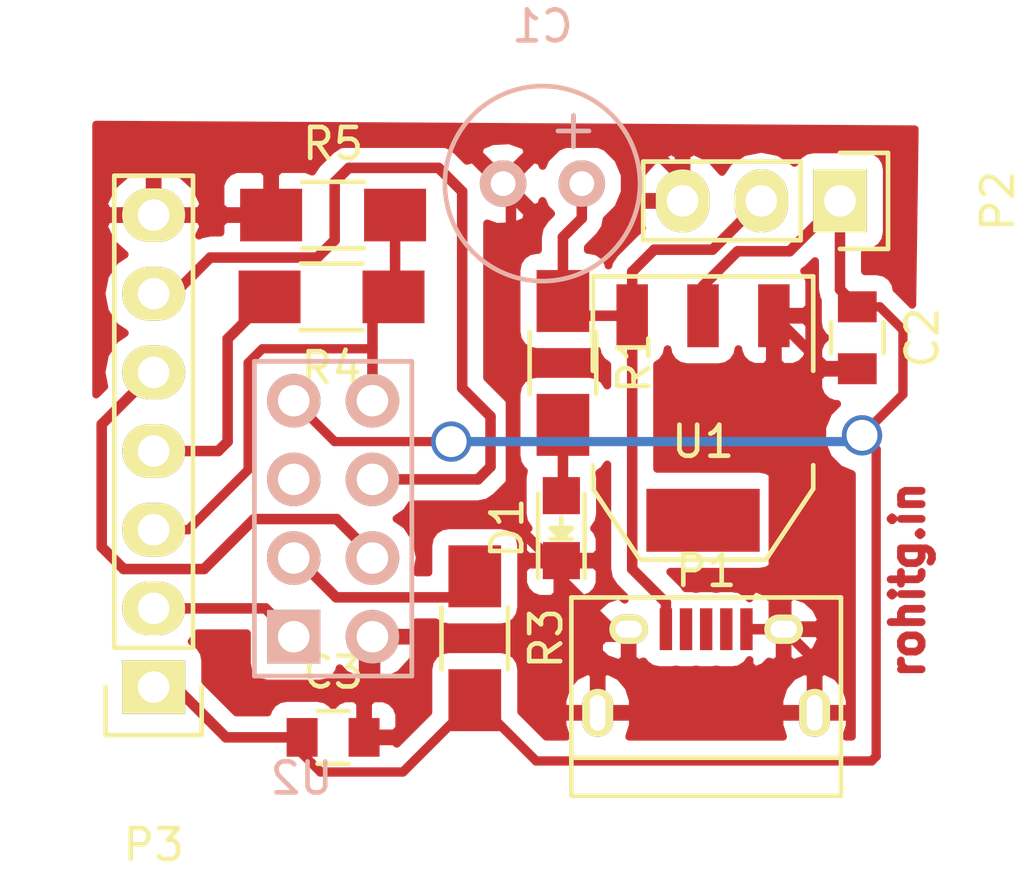
<source format=kicad_pcb>
(kicad_pcb (version 4) (host pcbnew 4.0.2-4+6225~38~ubuntu14.04.1-stable)

  (general
    (links 32)
    (no_connects 0)
    (area 149.374467 91.2294 184.825002 119.7654)
    (thickness 1.6)
    (drawings 15)
    (tracks 128)
    (zones 0)
    (modules 13)
    (nets 15)
  )

  (page A4)
  (layers
    (0 F.Cu signal)
    (31 B.Cu signal)
    (32 B.Adhes user)
    (33 F.Adhes user)
    (34 B.Paste user)
    (35 F.Paste user)
    (36 B.SilkS user)
    (37 F.SilkS user)
    (38 B.Mask user)
    (39 F.Mask user)
    (40 Dwgs.User user)
    (41 Cmts.User user)
    (42 Eco1.User user)
    (43 Eco2.User user)
    (44 Edge.Cuts user)
    (45 Margin user)
    (46 B.CrtYd user)
    (47 F.CrtYd user)
    (48 B.Fab user)
    (49 F.Fab user)
  )

  (setup
    (last_trace_width 0.25)
    (trace_clearance 0.2)
    (zone_clearance 0.508)
    (zone_45_only no)
    (trace_min 0.2)
    (segment_width 0.2)
    (edge_width 0.15)
    (via_size 0.6)
    (via_drill 0.4)
    (via_min_size 0.4)
    (via_min_drill 0.3)
    (user_via 1.3 1)
    (uvia_size 0.3)
    (uvia_drill 0.1)
    (uvias_allowed no)
    (uvia_min_size 0.2)
    (uvia_min_drill 0.1)
    (pcb_text_width 0.3)
    (pcb_text_size 1.5 1.5)
    (mod_edge_width 0.15)
    (mod_text_size 1 1)
    (mod_text_width 0.15)
    (pad_size 1.524 1.524)
    (pad_drill 0.762)
    (pad_to_mask_clearance 0.2)
    (aux_axis_origin 0 0)
    (visible_elements FFFFFF7F)
    (pcbplotparams
      (layerselection 0x00030_80000001)
      (usegerberextensions false)
      (excludeedgelayer true)
      (linewidth 0.100000)
      (plotframeref false)
      (viasonmask false)
      (mode 1)
      (useauxorigin false)
      (hpglpennumber 1)
      (hpglpenspeed 20)
      (hpglpendiameter 15)
      (hpglpenoverlay 2)
      (psnegative false)
      (psa4output false)
      (plotreference true)
      (plotvalue true)
      (plotinvisibletext false)
      (padsonsilk false)
      (subtractmaskfromsilk false)
      (outputformat 1)
      (mirror false)
      (drillshape 1)
      (scaleselection 1)
      (outputdirectory ""))
  )

  (net 0 "")
  (net 1 GND)
  (net 2 +5V)
  (net 3 +3V3)
  (net 4 "Net-(D1-Pad2)")
  (net 5 "Net-(P1-Pad2)")
  (net 6 "Net-(P1-Pad3)")
  (net 7 "Net-(P1-Pad4)")
  (net 8 TX)
  (net 9 RX3)
  (net 10 RX5)
  (net 11 G2)
  (net 12 G0)
  (net 13 "Net-(R3-Pad1)")
  (net 14 "Net-(U2-Pad5)")

  (net_class Default "This is the default net class."
    (clearance 0.2)
    (trace_width 0.25)
    (via_dia 0.6)
    (via_drill 0.4)
    (uvia_dia 0.3)
    (uvia_drill 0.1)
    (add_net "Net-(U2-Pad5)")
  )

  (net_class HomeEtch ""
    (clearance 0.2)
    (trace_width 0.6)
    (via_dia 0.6)
    (via_drill 0.4)
    (uvia_dia 0.3)
    (uvia_drill 0.1)
  )

  (net_class HomeEtchDanger ""
    (clearance 0.2)
    (trace_width 0.3)
    (via_dia 0.6)
    (via_drill 0.4)
    (uvia_dia 0.3)
    (uvia_drill 0.1)
    (add_net +3V3)
    (add_net RX3)
    (add_net RX5)
    (add_net TX)
  )

  (net_class HomeEtchThin ""
    (clearance 0.2)
    (trace_width 0.34)
    (via_dia 0.6)
    (via_drill 0.4)
    (uvia_dia 0.3)
    (uvia_drill 0.1)
    (add_net +5V)
    (add_net G0)
    (add_net G2)
    (add_net GND)
    (add_net "Net-(D1-Pad2)")
    (add_net "Net-(P1-Pad2)")
    (add_net "Net-(P1-Pad3)")
    (add_net "Net-(P1-Pad4)")
    (add_net "Net-(R3-Pad1)")
  )

  (module Capacitors_Elko_ThroughHole:Elko_vert_11.2x6.3mm_RM2.5 (layer B.Cu) (tedit 5454A15D) (tstamp 5640D2F0)
    (at 168.3004 97.4344 180)
    (descr "Electrolytic Capacitor, vertical, diameter 6,3mm, RM 2,5mm, radial,")
    (tags "Electrolytic Capacitor, vertical, diameter 6,3mm, RM 2,5mm, Elko, Electrolytkondensator, Kondensator gepolt, Durchmesser 6,3mm, radial,")
    (path /5640DA56)
    (fp_text reference C1 (at 1.27 5.08 180) (layer B.SilkS)
      (effects (font (size 1 1) (thickness 0.15)) (justify mirror))
    )
    (fp_text value 10uF (at 1.27 -5.08 180) (layer B.Fab)
      (effects (font (size 1 1) (thickness 0.15)) (justify mirror))
    )
    (fp_line (start 0.26924 2.19964) (end 0.26924 1.19888) (layer B.SilkS) (width 0.15))
    (fp_line (start -0.23114 1.69926) (end 0.76962 1.69926) (layer B.SilkS) (width 0.15))
    (fp_line (start 0.26924 1.69926) (end 0.76962 1.69926) (layer B.Cu) (width 0.15))
    (fp_line (start 0.26924 1.69926) (end 0.26924 2.19964) (layer B.Cu) (width 0.15))
    (fp_line (start -0.23114 1.69926) (end 0.26924 1.69926) (layer B.Cu) (width 0.15))
    (fp_line (start 0.26924 1.69926) (end 0.26924 1.30048) (layer B.Cu) (width 0.15))
    (fp_line (start 0.26924 1.30048) (end 0.26924 1.19888) (layer B.Cu) (width 0.15))
    (fp_circle (center 1.27 0) (end 4.4196 0) (layer B.SilkS) (width 0.15))
    (pad 2 thru_hole circle (at 2.54 0 180) (size 1.50114 1.50114) (drill 0.8001) (layers *.Cu *.Mask B.SilkS)
      (net 1 GND))
    (pad 1 thru_hole circle (at 0 0 180) (size 1.50114 1.50114) (drill 0.8001) (layers *.Cu *.Mask B.SilkS)
      (net 2 +5V))
    (model Capacitors_Elko_ThroughHole.3dshapes/Elko_vert_11.2x6.3mm_RM2.5.wrl
      (at (xyz 0 0 0))
      (scale (xyz 1 1 1))
      (rotate (xyz 0 0 0))
    )
  )

  (module Capacitors_SMD:C_0805 (layer F.Cu) (tedit 5415D6EA) (tstamp 5640D2F6)
    (at 177.1904 102.4128 270)
    (descr "Capacitor SMD 0805, reflow soldering, AVX (see smccp.pdf)")
    (tags "capacitor 0805")
    (path /5640DD03)
    (attr smd)
    (fp_text reference C2 (at 0 -2.1 270) (layer F.SilkS)
      (effects (font (size 1 1) (thickness 0.15)))
    )
    (fp_text value 0.1uF (at 0 2.1 270) (layer F.Fab)
      (effects (font (size 1 1) (thickness 0.15)))
    )
    (fp_line (start -1.8 -1) (end 1.8 -1) (layer F.CrtYd) (width 0.05))
    (fp_line (start -1.8 1) (end 1.8 1) (layer F.CrtYd) (width 0.05))
    (fp_line (start -1.8 -1) (end -1.8 1) (layer F.CrtYd) (width 0.05))
    (fp_line (start 1.8 -1) (end 1.8 1) (layer F.CrtYd) (width 0.05))
    (fp_line (start 0.5 -0.85) (end -0.5 -0.85) (layer F.SilkS) (width 0.15))
    (fp_line (start -0.5 0.85) (end 0.5 0.85) (layer F.SilkS) (width 0.15))
    (pad 1 smd rect (at -1 0 270) (size 1 1.25) (layers F.Cu F.Paste F.Mask)
      (net 3 +3V3))
    (pad 2 smd rect (at 1 0 270) (size 1 1.25) (layers F.Cu F.Paste F.Mask)
      (net 1 GND))
    (model Capacitors_SMD.3dshapes/C_0805.wrl
      (at (xyz 0 0 0))
      (scale (xyz 1 1 1))
      (rotate (xyz 0 0 0))
    )
  )

  (module Capacitors_SMD:C_0805 (layer F.Cu) (tedit 5415D6EA) (tstamp 5640D2FC)
    (at 160.274 115.316)
    (descr "Capacitor SMD 0805, reflow soldering, AVX (see smccp.pdf)")
    (tags "capacitor 0805")
    (path /5640CFAC)
    (attr smd)
    (fp_text reference C3 (at 0 -2.1) (layer F.SilkS)
      (effects (font (size 1 1) (thickness 0.15)))
    )
    (fp_text value 0.1uF (at 0 2.1) (layer F.Fab)
      (effects (font (size 1 1) (thickness 0.15)))
    )
    (fp_line (start -1.8 -1) (end 1.8 -1) (layer F.CrtYd) (width 0.05))
    (fp_line (start -1.8 1) (end 1.8 1) (layer F.CrtYd) (width 0.05))
    (fp_line (start -1.8 -1) (end -1.8 1) (layer F.CrtYd) (width 0.05))
    (fp_line (start 1.8 -1) (end 1.8 1) (layer F.CrtYd) (width 0.05))
    (fp_line (start 0.5 -0.85) (end -0.5 -0.85) (layer F.SilkS) (width 0.15))
    (fp_line (start -0.5 0.85) (end 0.5 0.85) (layer F.SilkS) (width 0.15))
    (pad 1 smd rect (at -1 0) (size 1 1.25) (layers F.Cu F.Paste F.Mask)
      (net 3 +3V3))
    (pad 2 smd rect (at 1 0) (size 1 1.25) (layers F.Cu F.Paste F.Mask)
      (net 1 GND))
    (model Capacitors_SMD.3dshapes/C_0805.wrl
      (at (xyz 0 0 0))
      (scale (xyz 1 1 1))
      (rotate (xyz 0 0 0))
    )
  )

  (module LEDs:LED-0805 (layer F.Cu) (tedit 55BDE1C2) (tstamp 5640D302)
    (at 167.64 108.5596 90)
    (descr "LED 0805 smd package")
    (tags "LED 0805 SMD")
    (path /5640D1F5)
    (attr smd)
    (fp_text reference D1 (at 0 -1.75 90) (layer F.SilkS)
      (effects (font (size 1 1) (thickness 0.15)))
    )
    (fp_text value LED (at 0 1.75 90) (layer F.Fab)
      (effects (font (size 1 1) (thickness 0.15)))
    )
    (fp_line (start -1.6 0.75) (end 1.1 0.75) (layer F.SilkS) (width 0.15))
    (fp_line (start -1.6 -0.75) (end 1.1 -0.75) (layer F.SilkS) (width 0.15))
    (fp_line (start -0.1 0.15) (end -0.1 -0.1) (layer F.SilkS) (width 0.15))
    (fp_line (start -0.1 -0.1) (end -0.25 0.05) (layer F.SilkS) (width 0.15))
    (fp_line (start -0.35 -0.35) (end -0.35 0.35) (layer F.SilkS) (width 0.15))
    (fp_line (start 0 0) (end 0.35 0) (layer F.SilkS) (width 0.15))
    (fp_line (start -0.35 0) (end 0 -0.35) (layer F.SilkS) (width 0.15))
    (fp_line (start 0 -0.35) (end 0 0.35) (layer F.SilkS) (width 0.15))
    (fp_line (start 0 0.35) (end -0.35 0) (layer F.SilkS) (width 0.15))
    (fp_line (start 1.9 -0.95) (end 1.9 0.95) (layer F.CrtYd) (width 0.05))
    (fp_line (start 1.9 0.95) (end -1.9 0.95) (layer F.CrtYd) (width 0.05))
    (fp_line (start -1.9 0.95) (end -1.9 -0.95) (layer F.CrtYd) (width 0.05))
    (fp_line (start -1.9 -0.95) (end 1.9 -0.95) (layer F.CrtYd) (width 0.05))
    (pad 2 smd rect (at 1.04902 0 270) (size 1.19888 1.19888) (layers F.Cu F.Paste F.Mask)
      (net 4 "Net-(D1-Pad2)"))
    (pad 1 smd rect (at -1.04902 0 270) (size 1.19888 1.19888) (layers F.Cu F.Paste F.Mask)
      (net 1 GND))
    (model LEDs.3dshapes/LED-0805.wrl
      (at (xyz 0 0 0))
      (scale (xyz 1 1 1))
      (rotate (xyz 0 0 0))
    )
  )

  (module Connect:USB_Micro-B (layer F.Cu) (tedit 5543E447) (tstamp 5640D30F)
    (at 172.3136 113.3856)
    (descr "Micro USB Type B Receptacle")
    (tags "USB USB_B USB_micro USB_OTG")
    (path /5640D343)
    (attr smd)
    (fp_text reference P1 (at 0 -3.45) (layer F.SilkS)
      (effects (font (size 1 1) (thickness 0.15)))
    )
    (fp_text value USB_OTG (at 0 4.8) (layer F.Fab)
      (effects (font (size 1 1) (thickness 0.15)))
    )
    (fp_line (start -4.6 -2.8) (end 4.6 -2.8) (layer F.CrtYd) (width 0.05))
    (fp_line (start 4.6 -2.8) (end 4.6 4.05) (layer F.CrtYd) (width 0.05))
    (fp_line (start 4.6 4.05) (end -4.6 4.05) (layer F.CrtYd) (width 0.05))
    (fp_line (start -4.6 4.05) (end -4.6 -2.8) (layer F.CrtYd) (width 0.05))
    (fp_line (start -4.3509 3.81746) (end 4.3491 3.81746) (layer F.SilkS) (width 0.15))
    (fp_line (start -4.3509 -2.58754) (end 4.3491 -2.58754) (layer F.SilkS) (width 0.15))
    (fp_line (start 4.3491 -2.58754) (end 4.3491 3.81746) (layer F.SilkS) (width 0.15))
    (fp_line (start 4.3491 2.58746) (end -4.3509 2.58746) (layer F.SilkS) (width 0.15))
    (fp_line (start -4.3509 3.81746) (end -4.3509 -2.58754) (layer F.SilkS) (width 0.15))
    (pad 1 smd rect (at -1.3009 -1.56254 90) (size 1.35 0.4) (layers F.Cu F.Paste F.Mask)
      (net 2 +5V))
    (pad 2 smd rect (at -0.6509 -1.56254 90) (size 1.35 0.4) (layers F.Cu F.Paste F.Mask)
      (net 5 "Net-(P1-Pad2)"))
    (pad 3 smd rect (at -0.0009 -1.56254 90) (size 1.35 0.4) (layers F.Cu F.Paste F.Mask)
      (net 6 "Net-(P1-Pad3)"))
    (pad 4 smd rect (at 0.6491 -1.56254 90) (size 1.35 0.4) (layers F.Cu F.Paste F.Mask)
      (net 7 "Net-(P1-Pad4)"))
    (pad 5 smd rect (at 1.2991 -1.56254 90) (size 1.35 0.4) (layers F.Cu F.Paste F.Mask)
      (net 1 GND))
    (pad 6 thru_hole oval (at -2.5009 -1.56254 90) (size 0.95 1.25) (drill oval 0.55 0.85) (layers *.Cu *.Mask F.SilkS)
      (net 1 GND))
    (pad 6 thru_hole oval (at 2.4991 -1.56254 90) (size 0.95 1.25) (drill oval 0.55 0.85) (layers *.Cu *.Mask F.SilkS)
      (net 1 GND))
    (pad 6 thru_hole oval (at -3.5009 1.13746 90) (size 1.55 1) (drill oval 1.15 0.5) (layers *.Cu *.Mask F.SilkS)
      (net 1 GND))
    (pad 6 thru_hole oval (at 3.4991 1.13746 90) (size 1.55 1) (drill oval 1.15 0.5) (layers *.Cu *.Mask F.SilkS)
      (net 1 GND))
  )

  (module Pin_Headers:Pin_Header_Straight_1x03 (layer F.Cu) (tedit 0) (tstamp 5640D316)
    (at 176.6316 97.9932 270)
    (descr "Through hole pin header")
    (tags "pin header")
    (path /5640FAAE)
    (fp_text reference P2 (at 0 -5.1 270) (layer F.SilkS)
      (effects (font (size 1 1) (thickness 0.15)))
    )
    (fp_text value CONN_01X03 (at 0 -3.1 270) (layer F.Fab)
      (effects (font (size 1 1) (thickness 0.15)))
    )
    (fp_line (start -1.75 -1.75) (end -1.75 6.85) (layer F.CrtYd) (width 0.05))
    (fp_line (start 1.75 -1.75) (end 1.75 6.85) (layer F.CrtYd) (width 0.05))
    (fp_line (start -1.75 -1.75) (end 1.75 -1.75) (layer F.CrtYd) (width 0.05))
    (fp_line (start -1.75 6.85) (end 1.75 6.85) (layer F.CrtYd) (width 0.05))
    (fp_line (start -1.27 1.27) (end -1.27 6.35) (layer F.SilkS) (width 0.15))
    (fp_line (start -1.27 6.35) (end 1.27 6.35) (layer F.SilkS) (width 0.15))
    (fp_line (start 1.27 6.35) (end 1.27 1.27) (layer F.SilkS) (width 0.15))
    (fp_line (start 1.55 -1.55) (end 1.55 0) (layer F.SilkS) (width 0.15))
    (fp_line (start 1.27 1.27) (end -1.27 1.27) (layer F.SilkS) (width 0.15))
    (fp_line (start -1.55 0) (end -1.55 -1.55) (layer F.SilkS) (width 0.15))
    (fp_line (start -1.55 -1.55) (end 1.55 -1.55) (layer F.SilkS) (width 0.15))
    (pad 1 thru_hole rect (at 0 0 270) (size 2.032 1.7272) (drill 1.016) (layers *.Cu *.Mask F.SilkS)
      (net 3 +3V3))
    (pad 2 thru_hole oval (at 0 2.54 270) (size 2.032 1.7272) (drill 1.016) (layers *.Cu *.Mask F.SilkS)
      (net 2 +5V))
    (pad 3 thru_hole oval (at 0 5.08 270) (size 2.032 1.7272) (drill 1.016) (layers *.Cu *.Mask F.SilkS)
      (net 1 GND))
    (model Pin_Headers.3dshapes/Pin_Header_Straight_1x03.wrl
      (at (xyz 0 -0.1 0))
      (scale (xyz 1 1 1))
      (rotate (xyz 0 0 90))
    )
  )

  (module Pin_Headers:Pin_Header_Straight_1x07 (layer F.Cu) (tedit 0) (tstamp 5640D321)
    (at 154.4828 113.6904 180)
    (descr "Through hole pin header")
    (tags "pin header")
    (path /564100EF)
    (fp_text reference P3 (at 0 -5.1 180) (layer F.SilkS)
      (effects (font (size 1 1) (thickness 0.15)))
    )
    (fp_text value CONN_01X07 (at 0 -3.1 180) (layer F.Fab)
      (effects (font (size 1 1) (thickness 0.15)))
    )
    (fp_line (start -1.75 -1.75) (end -1.75 17) (layer F.CrtYd) (width 0.05))
    (fp_line (start 1.75 -1.75) (end 1.75 17) (layer F.CrtYd) (width 0.05))
    (fp_line (start -1.75 -1.75) (end 1.75 -1.75) (layer F.CrtYd) (width 0.05))
    (fp_line (start -1.75 17) (end 1.75 17) (layer F.CrtYd) (width 0.05))
    (fp_line (start 1.27 1.27) (end 1.27 16.51) (layer F.SilkS) (width 0.15))
    (fp_line (start 1.27 16.51) (end -1.27 16.51) (layer F.SilkS) (width 0.15))
    (fp_line (start -1.27 16.51) (end -1.27 1.27) (layer F.SilkS) (width 0.15))
    (fp_line (start 1.55 -1.55) (end 1.55 0) (layer F.SilkS) (width 0.15))
    (fp_line (start 1.27 1.27) (end -1.27 1.27) (layer F.SilkS) (width 0.15))
    (fp_line (start -1.55 0) (end -1.55 -1.55) (layer F.SilkS) (width 0.15))
    (fp_line (start -1.55 -1.55) (end 1.55 -1.55) (layer F.SilkS) (width 0.15))
    (pad 1 thru_hole rect (at 0 0 180) (size 2.032 1.7272) (drill 1.016) (layers *.Cu *.Mask F.SilkS)
      (net 3 +3V3))
    (pad 2 thru_hole oval (at 0 2.54 180) (size 2.032 1.7272) (drill 1.016) (layers *.Cu *.Mask F.SilkS)
      (net 8 TX))
    (pad 3 thru_hole oval (at 0 5.08 180) (size 2.032 1.7272) (drill 1.016) (layers *.Cu *.Mask F.SilkS)
      (net 9 RX3))
    (pad 4 thru_hole oval (at 0 7.62 180) (size 2.032 1.7272) (drill 1.016) (layers *.Cu *.Mask F.SilkS)
      (net 10 RX5))
    (pad 5 thru_hole oval (at 0 10.16 180) (size 2.032 1.7272) (drill 1.016) (layers *.Cu *.Mask F.SilkS)
      (net 11 G2))
    (pad 6 thru_hole oval (at 0 12.7 180) (size 2.032 1.7272) (drill 1.016) (layers *.Cu *.Mask F.SilkS)
      (net 12 G0))
    (pad 7 thru_hole oval (at 0 15.24 180) (size 2.032 1.7272) (drill 1.016) (layers *.Cu *.Mask F.SilkS)
      (net 1 GND))
    (model Pin_Headers.3dshapes/Pin_Header_Straight_1x07.wrl
      (at (xyz 0 -0.3 0))
      (scale (xyz 1 1 1))
      (rotate (xyz 0 0 90))
    )
  )

  (module Resistors_SMD:R_1206_HandSoldering (layer F.Cu) (tedit 5418A20D) (tstamp 5640D327)
    (at 167.6908 103.2256 270)
    (descr "Resistor SMD 1206, hand soldering")
    (tags "resistor 1206")
    (path /5640D27C)
    (attr smd)
    (fp_text reference R1 (at 0 -2.3 270) (layer F.SilkS)
      (effects (font (size 1 1) (thickness 0.15)))
    )
    (fp_text value 1k (at 0 2.3 270) (layer F.Fab)
      (effects (font (size 1 1) (thickness 0.15)))
    )
    (fp_line (start -3.3 -1.2) (end 3.3 -1.2) (layer F.CrtYd) (width 0.05))
    (fp_line (start -3.3 1.2) (end 3.3 1.2) (layer F.CrtYd) (width 0.05))
    (fp_line (start -3.3 -1.2) (end -3.3 1.2) (layer F.CrtYd) (width 0.05))
    (fp_line (start 3.3 -1.2) (end 3.3 1.2) (layer F.CrtYd) (width 0.05))
    (fp_line (start 1 1.075) (end -1 1.075) (layer F.SilkS) (width 0.15))
    (fp_line (start -1 -1.075) (end 1 -1.075) (layer F.SilkS) (width 0.15))
    (pad 1 smd rect (at -2 0 270) (size 2 1.7) (layers F.Cu F.Paste F.Mask)
      (net 2 +5V))
    (pad 2 smd rect (at 2 0 270) (size 2 1.7) (layers F.Cu F.Paste F.Mask)
      (net 4 "Net-(D1-Pad2)"))
    (model Resistors_SMD.3dshapes/R_1206_HandSoldering.wrl
      (at (xyz 0 0 0))
      (scale (xyz 1 1 1))
      (rotate (xyz 0 0 0))
    )
  )

  (module Resistors_SMD:R_1206_HandSoldering (layer F.Cu) (tedit 56F3FC54) (tstamp 5640D333)
    (at 164.846 112.1156 270)
    (descr "Resistor SMD 1206, hand soldering")
    (tags "resistor 1206")
    (path /5640F034)
    (attr smd)
    (fp_text reference R3 (at 0 -2.3 270) (layer F.SilkS)
      (effects (font (size 1 1) (thickness 0.15)))
    )
    (fp_text value 0K (at 0 2.3 270) (layer F.Fab)
      (effects (font (size 1 1) (thickness 0.15)))
    )
    (fp_line (start -3.3 -1.2) (end 3.3 -1.2) (layer F.CrtYd) (width 0.05))
    (fp_line (start -3.3 1.2) (end 3.3 1.2) (layer F.CrtYd) (width 0.05))
    (fp_line (start -3.3 -1.2) (end -3.3 1.2) (layer F.CrtYd) (width 0.05))
    (fp_line (start 3.3 -1.2) (end 3.3 1.2) (layer F.CrtYd) (width 0.05))
    (fp_line (start 1 1.075) (end -1 1.075) (layer F.SilkS) (width 0.15))
    (fp_line (start -1 -1.075) (end 1 -1.075) (layer F.SilkS) (width 0.15))
    (pad 1 smd rect (at -2 0 270) (size 2 1.7) (layers F.Cu F.Paste F.Mask)
      (net 13 "Net-(R3-Pad1)"))
    (pad 2 smd rect (at 2 0 270) (size 2 1.7) (layers F.Cu F.Paste F.Mask)
      (net 3 +3V3))
    (model Resistors_SMD.3dshapes/R_1206_HandSoldering.wrl
      (at (xyz 0 0 0))
      (scale (xyz 1 1 1))
      (rotate (xyz 0 0 0))
    )
  )

  (module Resistors_SMD:R_1206_HandSoldering (layer F.Cu) (tedit 5418A20D) (tstamp 5640D339)
    (at 160.2232 101.092 180)
    (descr "Resistor SMD 1206, hand soldering")
    (tags "resistor 1206")
    (path /5640F2C3)
    (attr smd)
    (fp_text reference R4 (at 0 -2.3 180) (layer F.SilkS)
      (effects (font (size 1 1) (thickness 0.15)))
    )
    (fp_text value 1k (at 0 2.3 180) (layer F.Fab)
      (effects (font (size 1 1) (thickness 0.15)))
    )
    (fp_line (start -3.3 -1.2) (end 3.3 -1.2) (layer F.CrtYd) (width 0.05))
    (fp_line (start -3.3 1.2) (end 3.3 1.2) (layer F.CrtYd) (width 0.05))
    (fp_line (start -3.3 -1.2) (end -3.3 1.2) (layer F.CrtYd) (width 0.05))
    (fp_line (start 3.3 -1.2) (end 3.3 1.2) (layer F.CrtYd) (width 0.05))
    (fp_line (start 1 1.075) (end -1 1.075) (layer F.SilkS) (width 0.15))
    (fp_line (start -1 -1.075) (end 1 -1.075) (layer F.SilkS) (width 0.15))
    (pad 1 smd rect (at -2 0 180) (size 2 1.7) (layers F.Cu F.Paste F.Mask)
      (net 9 RX3))
    (pad 2 smd rect (at 2 0 180) (size 2 1.7) (layers F.Cu F.Paste F.Mask)
      (net 10 RX5))
    (model Resistors_SMD.3dshapes/R_1206_HandSoldering.wrl
      (at (xyz 0 0 0))
      (scale (xyz 1 1 1))
      (rotate (xyz 0 0 0))
    )
  )

  (module Resistors_SMD:R_1206_HandSoldering (layer F.Cu) (tedit 5418A20D) (tstamp 5640D33F)
    (at 160.274 98.4504)
    (descr "Resistor SMD 1206, hand soldering")
    (tags "resistor 1206")
    (path /5640F356)
    (attr smd)
    (fp_text reference R5 (at 0 -2.3) (layer F.SilkS)
      (effects (font (size 1 1) (thickness 0.15)))
    )
    (fp_text value 2.2k (at 0 2.3) (layer F.Fab)
      (effects (font (size 1 1) (thickness 0.15)))
    )
    (fp_line (start -3.3 -1.2) (end 3.3 -1.2) (layer F.CrtYd) (width 0.05))
    (fp_line (start -3.3 1.2) (end 3.3 1.2) (layer F.CrtYd) (width 0.05))
    (fp_line (start -3.3 -1.2) (end -3.3 1.2) (layer F.CrtYd) (width 0.05))
    (fp_line (start 3.3 -1.2) (end 3.3 1.2) (layer F.CrtYd) (width 0.05))
    (fp_line (start 1 1.075) (end -1 1.075) (layer F.SilkS) (width 0.15))
    (fp_line (start -1 -1.075) (end 1 -1.075) (layer F.SilkS) (width 0.15))
    (pad 1 smd rect (at -2 0) (size 2 1.7) (layers F.Cu F.Paste F.Mask)
      (net 1 GND))
    (pad 2 smd rect (at 2 0) (size 2 1.7) (layers F.Cu F.Paste F.Mask)
      (net 9 RX3))
    (model Resistors_SMD.3dshapes/R_1206_HandSoldering.wrl
      (at (xyz 0 0 0))
      (scale (xyz 1 1 1))
      (rotate (xyz 0 0 0))
    )
  )

  (module TO_SOT_Packages_SMD:SOT-223 (layer F.Cu) (tedit 0) (tstamp 5640D347)
    (at 172.212 105.0036 180)
    (descr "module CMS SOT223 4 pins")
    (tags "CMS SOT")
    (path /564118A6)
    (attr smd)
    (fp_text reference U1 (at 0 -0.762 180) (layer F.SilkS)
      (effects (font (size 1 1) (thickness 0.15)))
    )
    (fp_text value LD1117S33CTR (at 0 0.762 180) (layer F.Fab)
      (effects (font (size 1 1) (thickness 0.15)))
    )
    (fp_line (start -3.556 1.524) (end -3.556 4.572) (layer F.SilkS) (width 0.15))
    (fp_line (start -3.556 4.572) (end 3.556 4.572) (layer F.SilkS) (width 0.15))
    (fp_line (start 3.556 4.572) (end 3.556 1.524) (layer F.SilkS) (width 0.15))
    (fp_line (start -3.556 -1.524) (end -3.556 -2.286) (layer F.SilkS) (width 0.15))
    (fp_line (start -3.556 -2.286) (end -2.032 -4.572) (layer F.SilkS) (width 0.15))
    (fp_line (start -2.032 -4.572) (end 2.032 -4.572) (layer F.SilkS) (width 0.15))
    (fp_line (start 2.032 -4.572) (end 3.556 -2.286) (layer F.SilkS) (width 0.15))
    (fp_line (start 3.556 -2.286) (end 3.556 -1.524) (layer F.SilkS) (width 0.15))
    (pad 4 smd rect (at 0 -3.302 180) (size 3.6576 2.032) (layers F.Cu F.Paste F.Mask))
    (pad 2 smd rect (at 0 3.302 180) (size 1.016 2.032) (layers F.Cu F.Paste F.Mask)
      (net 3 +3V3))
    (pad 3 smd rect (at 2.286 3.302 180) (size 1.016 2.032) (layers F.Cu F.Paste F.Mask)
      (net 2 +5V))
    (pad 1 smd rect (at -2.286 3.302 180) (size 1.016 2.032) (layers F.Cu F.Paste F.Mask)
      (net 1 GND))
    (model TO_SOT_Packages_SMD.3dshapes/SOT-223.wrl
      (at (xyz 0 0 0))
      (scale (xyz 0.4 0.4 0.4))
      (rotate (xyz 0 0 0))
    )
  )

  (module ESP8266:ESP-01 (layer B.Cu) (tedit 553C10FF) (tstamp 5640D353)
    (at 159.004 112.0648)
    (descr "Module, ESP-8266, ESP-01, 8 pin")
    (tags "Module ESP-8266 ESP8266")
    (path /5640CEEF)
    (fp_text reference U2 (at 0.254 4.572) (layer B.SilkS)
      (effects (font (size 1 1) (thickness 0.15)) (justify mirror))
    )
    (fp_text value ESP-01v090 (at 12.192 -3.556) (layer B.Fab)
      (effects (font (size 1 1) (thickness 0.15)) (justify mirror))
    )
    (fp_line (start -1.778 3.302) (end 22.86 3.302) (layer B.Fab) (width 0.1524))
    (fp_line (start 22.86 3.302) (end 22.86 -10.922) (layer B.Fab) (width 0.1524))
    (fp_line (start 22.86 -10.922) (end -1.778 -10.922) (layer B.Fab) (width 0.1524))
    (fp_line (start -1.778 -10.922) (end -1.778 3.302) (layer B.Fab) (width 0.1524))
    (fp_line (start 1.27 1.27) (end -1.27 1.27) (layer B.SilkS) (width 0.1524))
    (fp_line (start -1.27 1.27) (end -1.27 -1.27) (layer B.SilkS) (width 0.1524))
    (fp_line (start -1.75 1.75) (end -1.75 -9.4) (layer B.CrtYd) (width 0.05))
    (fp_line (start 4.3 1.75) (end 4.3 -9.4) (layer B.CrtYd) (width 0.05))
    (fp_line (start -1.75 1.75) (end 4.3 1.75) (layer B.CrtYd) (width 0.05))
    (fp_line (start -1.75 -9.4) (end 4.3 -9.4) (layer B.CrtYd) (width 0.05))
    (fp_line (start -1.27 -1.27) (end -1.27 -8.89) (layer B.SilkS) (width 0.1524))
    (fp_line (start -1.27 -8.89) (end 3.81 -8.89) (layer B.SilkS) (width 0.1524))
    (fp_line (start 3.81 -8.89) (end 3.81 1.27) (layer B.SilkS) (width 0.1524))
    (fp_line (start 3.81 1.27) (end 1.27 1.27) (layer B.SilkS) (width 0.1524))
    (pad 1 thru_hole rect (at 0 0) (size 1.7272 1.7272) (drill 1.016) (layers *.Cu *.Mask B.SilkS)
      (net 8 TX))
    (pad 2 thru_hole oval (at 2.54 0) (size 1.7272 1.7272) (drill 1.016) (layers *.Cu *.Mask B.SilkS)
      (net 1 GND))
    (pad 3 thru_hole oval (at 0 -2.54) (size 1.7272 1.7272) (drill 1.016) (layers *.Cu *.Mask B.SilkS)
      (net 13 "Net-(R3-Pad1)"))
    (pad 4 thru_hole oval (at 2.54 -2.54) (size 1.7272 1.7272) (drill 1.016) (layers *.Cu *.Mask B.SilkS)
      (net 11 G2))
    (pad 5 thru_hole oval (at 0 -5.08) (size 1.7272 1.7272) (drill 1.016) (layers *.Cu *.Mask B.SilkS)
      (net 14 "Net-(U2-Pad5)"))
    (pad 6 thru_hole oval (at 2.54 -5.08) (size 1.7272 1.7272) (drill 1.016) (layers *.Cu *.Mask B.SilkS)
      (net 12 G0))
    (pad 7 thru_hole oval (at 0 -7.62) (size 1.7272 1.7272) (drill 1.016) (layers *.Cu *.Mask B.SilkS)
      (net 3 +3V3))
    (pad 8 thru_hole oval (at 2.54 -7.62) (size 1.7272 1.7272) (drill 1.016) (layers *.Cu *.Mask B.SilkS)
      (net 9 RX3))
    (model Pin_Headers.3dshapes/Pin_Header_Straight_2x04.wrl
      (at (xyz 0.05 -0.15 0))
      (scale (xyz 1 1 1))
      (rotate (xyz 0 0 90))
    )
  )

  (gr_line (start 152.4 95.2) (end 152.6 95.4) (layer Margin) (width 0.2))
  (gr_line (start 152.4 117.5) (end 152.4 95.2) (layer Margin) (width 0.2))
  (gr_line (start 179.3 117.5) (end 152.4 117.5) (layer Margin) (width 0.2))
  (gr_line (start 179.3 116.4) (end 179.3 117.5) (layer Margin) (width 0.2))
  (gr_line (start 179.3 111.1) (end 179.3 116.4) (layer Margin) (width 0.2))
  (gr_line (start 179.3 96.9) (end 179.3 111.1) (layer Margin) (width 0.2))
  (gr_line (start 179.3 95.8) (end 179.3 96.9) (layer Margin) (width 0.2))
  (gr_line (start 179.3 95.4) (end 179.3 95.8) (layer Margin) (width 0.2))
  (gr_line (start 176.5 95.4) (end 179.4 95.4) (layer Margin) (width 0.2))
  (gr_line (start 171.5 95.4) (end 176.5 95.4) (layer Margin) (width 0.2))
  (gr_line (start 168.4 95.4) (end 171.5 95.4) (layer Margin) (width 0.2))
  (gr_line (start 166.9 95.4) (end 168.4 95.4) (layer Margin) (width 0.2))
  (gr_line (start 159 95.4) (end 166.9 95.4) (layer Margin) (width 0.2))
  (gr_line (start 152.6 95.4) (end 159 95.4) (layer Margin) (width 0.2))
  (gr_text "rohitg.in\n" (at 178.816 110.236 90) (layer F.Cu)
    (effects (font (size 1 1) (thickness 0.25)))
  )

  (segment (start 183.6 95.3) (end 184.5 96.2) (width 0.25) (layer Dwgs.User) (net 0))
  (segment (start 179.3 95.3) (end 183.6 95.3) (width 0.25) (layer Dwgs.User) (net 0))
  (segment (start 152.5 95.3) (end 179.3 95.3) (width 0.25) (layer Dwgs.User) (net 0))
  (segment (start 167.64 109.60862) (end 167.31742 109.60862) (width 0.34) (layer F.Cu) (net 1))
  (segment (start 167.31742 109.60862) (end 166.0144 108.3056) (width 0.34) (layer F.Cu) (net 1) (tstamp 5640E30D))
  (segment (start 166.0144 108.3056) (end 166.0144 97.6884) (width 0.34) (layer F.Cu) (net 1) (tstamp 5640E311))
  (segment (start 166.0144 97.6884) (end 165.7604 97.4344) (width 0.34) (layer F.Cu) (net 1) (tstamp 5640E314))
  (segment (start 158.274 98.4504) (end 158.274 97.0468) (width 0.34) (layer F.Cu) (net 1))
  (segment (start 164.4396 96.1136) (end 165.7604 97.4344) (width 0.34) (layer F.Cu) (net 1) (tstamp 5640E308))
  (segment (start 159.2072 96.1136) (end 164.4396 96.1136) (width 0.34) (layer F.Cu) (net 1) (tstamp 5640E306))
  (segment (start 158.274 97.0468) (end 159.2072 96.1136) (width 0.34) (layer F.Cu) (net 1) (tstamp 5640E305))
  (segment (start 171.5516 97.9932) (end 171.5516 97.282) (width 0.34) (layer F.Cu) (net 1))
  (segment (start 171.5516 97.282) (end 170.3832 96.1136) (width 0.34) (layer F.Cu) (net 1) (tstamp 5640E300))
  (segment (start 170.3832 96.1136) (end 167.0812 96.1136) (width 0.34) (layer F.Cu) (net 1) (tstamp 5640E301))
  (segment (start 167.0812 96.1136) (end 165.7604 97.4344) (width 0.34) (layer F.Cu) (net 1) (tstamp 5640E302))
  (segment (start 171.0944 97.536) (end 171.5516 97.9932) (width 0.34) (layer F.Cu) (net 1) (tstamp 5640E2A1))
  (segment (start 161.274 115.316) (end 161.274 112.3348) (width 0.34) (layer F.Cu) (net 1))
  (segment (start 161.274 112.3348) (end 161.544 112.0648) (width 0.34) (layer F.Cu) (net 1) (tstamp 5640DE3A))
  (segment (start 161.544 112.0648) (end 169.57096 112.0648) (width 0.34) (layer F.Cu) (net 1))
  (segment (start 169.57096 112.0648) (end 169.8127 111.82306) (width 0.34) (layer F.Cu) (net 1) (tstamp 5640DDE6))
  (segment (start 158.274 98.4504) (end 158.274 97.7072) (width 0.34) (layer F.Cu) (net 1))
  (segment (start 154.4828 98.4504) (end 158.274 98.4504) (width 0.34) (layer F.Cu) (net 1))
  (segment (start 155.0416 99.0092) (end 154.4828 98.4504) (width 0.34) (layer F.Cu) (net 1) (tstamp 5640DCCA))
  (segment (start 177.1904 103.4128) (end 176.2092 103.4128) (width 0.34) (layer F.Cu) (net 1))
  (segment (start 176.2092 103.4128) (end 174.498 101.7016) (width 0.34) (layer F.Cu) (net 1) (tstamp 5640DC97))
  (segment (start 167.64 109.60862) (end 167.64 110.20972) (width 0.34) (layer F.Cu) (net 1))
  (segment (start 167.64 110.20972) (end 169.25334 111.82306) (width 0.34) (layer F.Cu) (net 1) (tstamp 5640DC8A))
  (segment (start 169.25334 111.82306) (end 169.8127 111.82306) (width 0.34) (layer F.Cu) (net 1) (tstamp 5640DC8F))
  (segment (start 171.2976 97.7392) (end 171.5516 97.9932) (width 0.34) (layer F.Cu) (net 1) (tstamp 5640DC44))
  (segment (start 174.498 101.7016) (end 174.498 111.50836) (width 0.34) (layer F.Cu) (net 1))
  (segment (start 174.498 111.50836) (end 174.8127 111.82306) (width 0.34) (layer F.Cu) (net 1) (tstamp 5640DBAC))
  (segment (start 169.8127 111.82306) (end 169.25334 111.82306) (width 0.34) (layer F.Cu) (net 1))
  (segment (start 169.25334 111.82306) (end 168.8127 112.2637) (width 0.34) (layer F.Cu) (net 1) (tstamp 5640DB92))
  (segment (start 168.8127 112.2637) (end 168.8127 114.52306) (width 0.34) (layer F.Cu) (net 1) (tstamp 5640DB93))
  (segment (start 173.6127 111.82306) (end 174.8127 111.82306) (width 0.34) (layer F.Cu) (net 1))
  (segment (start 174.8127 111.82306) (end 175.8127 112.82306) (width 0.34) (layer F.Cu) (net 1) (tstamp 5640DB8C))
  (segment (start 175.8127 112.82306) (end 175.8127 114.52306) (width 0.34) (layer F.Cu) (net 1) (tstamp 5640DB8E))
  (segment (start 165.8112 97.5868) (end 165.7604 97.536) (width 0.34) (layer F.Cu) (net 1) (tstamp 5640DF88))
  (segment (start 167.6908 101.2256) (end 167.6908 99.1616) (width 0.34) (layer F.Cu) (net 2))
  (segment (start 168.3004 98.552) (end 168.3004 97.4344) (width 0.34) (layer F.Cu) (net 2) (tstamp 5640E2FD))
  (segment (start 167.6908 99.1616) (end 168.3004 98.552) (width 0.34) (layer F.Cu) (net 2) (tstamp 5640E2FB))
  (segment (start 168.3004 97.536) (end 168.3004 97.3836) (width 0.34) (layer F.Cu) (net 2))
  (segment (start 167.6908 101.2256) (end 167.6908 100.3808) (width 0.34) (layer F.Cu) (net 2))
  (segment (start 169.926 101.7016) (end 168.1668 101.7016) (width 0.34) (layer F.Cu) (net 2))
  (segment (start 168.1668 101.7016) (end 167.6908 101.2256) (width 0.34) (layer F.Cu) (net 2) (tstamp 5640DC7B))
  (segment (start 169.926 101.7016) (end 169.926 100.2792) (width 0.34) (layer F.Cu) (net 2))
  (segment (start 172.5168 99.568) (end 174.0916 97.9932) (width 0.34) (layer F.Cu) (net 2) (tstamp 5640DC3A))
  (segment (start 170.6372 99.568) (end 172.5168 99.568) (width 0.34) (layer F.Cu) (net 2) (tstamp 5640DC38))
  (segment (start 169.926 100.2792) (end 170.6372 99.568) (width 0.34) (layer F.Cu) (net 2) (tstamp 5640DC37))
  (segment (start 171.0127 111.82306) (end 171.0127 110.9671) (width 0.34) (layer F.Cu) (net 2))
  (segment (start 169.926 109.8804) (end 169.926 101.7016) (width 0.34) (layer F.Cu) (net 2) (tstamp 5640DBA1))
  (segment (start 171.0127 110.9671) (end 169.926 109.8804) (width 0.34) (layer F.Cu) (net 2) (tstamp 5640DBA0))
  (segment (start 164.846 114.1156) (end 164.8648 114.1156) (width 0.3) (layer F.Cu) (net 3))
  (segment (start 164.8648 114.1156) (end 166.8272 116.078) (width 0.3) (layer F.Cu) (net 3) (tstamp 5640E295))
  (segment (start 177.8 106.0196) (end 177.3428 105.5624) (width 0.3) (layer F.Cu) (net 3) (tstamp 5640E29C))
  (segment (start 177.8 115.9256) (end 177.8 106.0196) (width 0.3) (layer F.Cu) (net 3) (tstamp 5640E299))
  (segment (start 177.6476 116.078) (end 177.8 115.9256) (width 0.3) (layer F.Cu) (net 3) (tstamp 5640E298))
  (segment (start 166.8272 116.078) (end 177.6476 116.078) (width 0.3) (layer F.Cu) (net 3) (tstamp 5640E296))
  (segment (start 159.274 115.316) (end 159.274 115.84) (width 0.3) (layer F.Cu) (net 3))
  (segment (start 159.274 115.84) (end 159.8676 116.4336) (width 0.3) (layer F.Cu) (net 3) (tstamp 5640E1C2))
  (segment (start 162.528 116.4336) (end 164.846 114.1156) (width 0.3) (layer F.Cu) (net 3) (tstamp 5640E1C9))
  (segment (start 159.8676 116.4336) (end 162.528 116.4336) (width 0.3) (layer F.Cu) (net 3) (tstamp 5640E1C7))
  (segment (start 177.038 105.7656) (end 177.1396 105.7656) (width 0.3) (layer B.Cu) (net 3))
  (segment (start 164.084 105.7656) (end 177.038 105.7656) (width 0.3) (layer B.Cu) (net 3) (tstamp 5640E063))
  (segment (start 159.004 104.4448) (end 160.3248 105.7656) (width 0.3) (layer F.Cu) (net 3))
  (segment (start 162.814 105.7656) (end 164.084 105.7656) (width 0.3) (layer F.Cu) (net 3) (tstamp 5640E05B))
  (segment (start 160.3248 105.7656) (end 162.814 105.7656) (width 0.3) (layer F.Cu) (net 3) (tstamp 5640E05A))
  (via (at 164.084 105.7656) (size 1.3) (drill 1) (layers F.Cu B.Cu) (net 3))
  (segment (start 177.9176 101.4128) (end 177.1904 101.4128) (width 0.3) (layer F.Cu) (net 3) (tstamp 5640E079))
  (segment (start 178.6636 102.1588) (end 177.9176 101.4128) (width 0.3) (layer F.Cu) (net 3) (tstamp 5640E076))
  (segment (start 178.6636 104.2416) (end 178.6636 102.1588) (width 0.3) (layer F.Cu) (net 3) (tstamp 5640E075))
  (segment (start 177.3428 105.5624) (end 178.6636 104.2416) (width 0.3) (layer F.Cu) (net 3) (tstamp 5640E074))
  (via (at 177.3428 105.5624) (size 1.3) (drill 1) (layers F.Cu B.Cu) (net 3))
  (segment (start 177.1396 105.7656) (end 177.3428 105.5624) (width 0.3) (layer B.Cu) (net 3) (tstamp 5640E071))
  (segment (start 154.4828 113.6904) (end 155.194 113.6904) (width 0.34) (layer F.Cu) (net 3))
  (segment (start 155.194 113.6904) (end 156.8196 115.316) (width 0.34) (layer F.Cu) (net 3) (tstamp 5640DE35))
  (segment (start 156.8196 115.316) (end 159.274 115.316) (width 0.34) (layer F.Cu) (net 3) (tstamp 5640DE36))
  (segment (start 176.6316 97.9932) (end 176.6316 100.854) (width 0.34) (layer F.Cu) (net 3))
  (segment (start 176.6316 100.854) (end 177.1904 101.4128) (width 0.34) (layer F.Cu) (net 3) (tstamp 5640DC94))
  (segment (start 172.212 101.7016) (end 172.212 100.7364) (width 0.34) (layer F.Cu) (net 3))
  (segment (start 172.212 100.7364) (end 173.3296 99.6188) (width 0.34) (layer F.Cu) (net 3) (tstamp 5640DC3E))
  (segment (start 173.3296 99.6188) (end 175.006 99.6188) (width 0.34) (layer F.Cu) (net 3) (tstamp 5640DC3F))
  (segment (start 175.006 99.6188) (end 176.6316 97.9932) (width 0.34) (layer F.Cu) (net 3) (tstamp 5640DC40))
  (segment (start 167.6908 105.2256) (end 167.6908 107.45978) (width 0.34) (layer F.Cu) (net 4))
  (segment (start 167.6908 107.45978) (end 167.64 107.51058) (width 0.34) (layer F.Cu) (net 4) (tstamp 5640DC83))
  (segment (start 154.4828 111.1504) (end 158.0896 111.1504) (width 0.34) (layer F.Cu) (net 8))
  (segment (start 158.0896 111.1504) (end 159.004 112.0648) (width 0.34) (layer F.Cu) (net 8) (tstamp 5640DCE9))
  (segment (start 154.4828 108.6104) (end 155.6004 108.6104) (width 0.3) (layer F.Cu) (net 9))
  (segment (start 157.988 102.7684) (end 161.544 102.7684) (width 0.3) (layer F.Cu) (net 9) (tstamp 5640DF26))
  (segment (start 157.5308 103.2256) (end 157.988 102.7684) (width 0.3) (layer F.Cu) (net 9) (tstamp 5640DF25))
  (segment (start 157.5308 106.68) (end 157.5308 103.2256) (width 0.3) (layer F.Cu) (net 9) (tstamp 5640DF21))
  (segment (start 155.6004 108.6104) (end 157.5308 106.68) (width 0.3) (layer F.Cu) (net 9) (tstamp 5640DF1F))
  (segment (start 161.544 104.4448) (end 161.544 102.7684) (width 0.34) (layer F.Cu) (net 9))
  (segment (start 161.544 102.7684) (end 161.544 101.7712) (width 0.34) (layer F.Cu) (net 9) (tstamp 5640DF29))
  (segment (start 161.544 101.7712) (end 162.2232 101.092) (width 0.34) (layer F.Cu) (net 9) (tstamp 5640DD39))
  (segment (start 162.274 98.4504) (end 162.274 101.0412) (width 0.34) (layer F.Cu) (net 9))
  (segment (start 162.274 101.0412) (end 162.2232 101.092) (width 0.34) (layer F.Cu) (net 9) (tstamp 5640DD36))
  (segment (start 154.4828 106.0704) (end 156.5656 106.0704) (width 0.34) (layer F.Cu) (net 10))
  (segment (start 156.8704 102.4448) (end 158.2232 101.092) (width 0.34) (layer F.Cu) (net 10) (tstamp 5640DD3E))
  (segment (start 156.8704 105.7656) (end 156.8704 102.4448) (width 0.34) (layer F.Cu) (net 10) (tstamp 5640DD3D))
  (segment (start 156.5656 106.0704) (end 156.8704 105.7656) (width 0.34) (layer F.Cu) (net 10) (tstamp 5640DD3C))
  (segment (start 161.544 109.5248) (end 161.544 109.4232) (width 0.34) (layer F.Cu) (net 11))
  (segment (start 161.544 109.4232) (end 160.387697 108.266897) (width 0.34) (layer F.Cu) (net 11) (tstamp 5640DEC9))
  (segment (start 160.387697 108.266897) (end 157.721903 108.266897) (width 0.34) (layer F.Cu) (net 11) (tstamp 5640DED0))
  (segment (start 157.721903 108.266897) (end 156.1084 109.8804) (width 0.34) (layer F.Cu) (net 11) (tstamp 5640DED5))
  (segment (start 156.1084 109.8804) (end 153.5176 109.8804) (width 0.34) (layer F.Cu) (net 11) (tstamp 5640DEDB))
  (segment (start 153.5176 109.8804) (end 152.8064 109.1692) (width 0.34) (layer F.Cu) (net 11) (tstamp 5640DEDD))
  (segment (start 152.8064 109.1692) (end 152.8064 105.2068) (width 0.34) (layer F.Cu) (net 11) (tstamp 5640DEE1))
  (segment (start 152.8064 105.2068) (end 154.4828 103.5304) (width 0.34) (layer F.Cu) (net 11) (tstamp 5640DEE2))
  (segment (start 154.4828 100.9904) (end 155.1432 100.9904) (width 0.34) (layer F.Cu) (net 12))
  (segment (start 155.1432 100.9904) (end 156.3116 99.822) (width 0.34) (layer F.Cu) (net 12) (tstamp 5640E0FD))
  (segment (start 164.9476 106.9848) (end 161.544 106.9848) (width 0.34) (layer F.Cu) (net 12) (tstamp 5640E113))
  (segment (start 165.354 106.5784) (end 164.9476 106.9848) (width 0.34) (layer F.Cu) (net 12) (tstamp 5640E112))
  (segment (start 165.354 104.9528) (end 165.354 106.5784) (width 0.34) (layer F.Cu) (net 12) (tstamp 5640E110))
  (segment (start 164.4396 104.0384) (end 165.354 104.9528) (width 0.34) (layer F.Cu) (net 12) (tstamp 5640E10F))
  (segment (start 164.4396 97.6884) (end 164.4396 104.0384) (width 0.34) (layer F.Cu) (net 12) (tstamp 5640E109))
  (segment (start 163.6776 96.9264) (end 164.4396 97.6884) (width 0.34) (layer F.Cu) (net 12) (tstamp 5640E107))
  (segment (start 160.782 96.9264) (end 163.6776 96.9264) (width 0.34) (layer F.Cu) (net 12) (tstamp 5640E106))
  (segment (start 160.3248 97.3836) (end 160.782 96.9264) (width 0.34) (layer F.Cu) (net 12) (tstamp 5640E105))
  (segment (start 160.3248 99.2632) (end 160.3248 97.3836) (width 0.34) (layer F.Cu) (net 12) (tstamp 5640E103))
  (segment (start 159.766 99.822) (end 160.3248 99.2632) (width 0.34) (layer F.Cu) (net 12) (tstamp 5640E101))
  (segment (start 156.3116 99.822) (end 159.766 99.822) (width 0.34) (layer F.Cu) (net 12) (tstamp 5640E0FF))
  (segment (start 154.4828 100.9904) (end 154.7368 100.9904) (width 0.34) (layer F.Cu) (net 12))
  (segment (start 154.4828 100.9904) (end 155.0924 100.9904) (width 0.34) (layer F.Cu) (net 12))
  (segment (start 159.004 109.5248) (end 159.1056 109.5248) (width 0.34) (layer F.Cu) (net 13))
  (segment (start 159.1056 109.5248) (end 160.3756 110.7948) (width 0.34) (layer F.Cu) (net 13) (tstamp 5640E1CF))
  (segment (start 160.3756 110.7948) (end 164.1668 110.7948) (width 0.34) (layer F.Cu) (net 13) (tstamp 5640E1D0))
  (segment (start 164.1668 110.7948) (end 164.846 110.1156) (width 0.34) (layer F.Cu) (net 13) (tstamp 5640E1D2))

  (zone (net 1) (net_name GND) (layer F.Cu) (tstamp 5640E3DF) (hatch edge 0.508)
    (connect_pads (clearance 0.508))
    (min_thickness 0.254)
    (fill yes (arc_segments 16) (thermal_gap 0.508) (thermal_bridge_width 0.508))
    (polygon
      (pts
        (xy 152.4508 95.4024) (xy 152.5016 95.3516) (xy 152.5016 95.40269) (xy 152.4508 95.4024)
      )
    )
  )
  (zone (net 1) (net_name GND) (layer F.Cu) (tstamp 5640E385) (hatch edge 0.508)
    (connect_pads (clearance 0.508))
    (min_thickness 0.254)
    (fill yes (arc_segments 16) (thermal_gap 0.508) (thermal_bridge_width 0.508))
    (polygon
      (pts
        (xy 179.1716 95.5548) (xy 178.8668 117.4496) (xy 152.5016 117.348) (xy 152.5016 95.40269) (xy 179.1716 95.5548)
      )
    )
    (filled_polygon
      (pts
        (xy 179.04283 95.681068) (xy 178.963926 101.348968) (xy 178.472679 100.857721) (xy 178.449571 100.842281) (xy 178.418562 100.677483)
        (xy 178.27949 100.461359) (xy 178.06729 100.316369) (xy 177.8154 100.26536) (xy 177.4366 100.26536) (xy 177.4366 99.65664)
        (xy 177.4952 99.65664) (xy 177.730517 99.612362) (xy 177.946641 99.47329) (xy 178.091631 99.26109) (xy 178.14264 99.0092)
        (xy 178.14264 96.9772) (xy 178.098362 96.741883) (xy 177.95929 96.525759) (xy 177.74709 96.380769) (xy 177.4952 96.32976)
        (xy 175.768 96.32976) (xy 175.532683 96.374038) (xy 175.316559 96.51311) (xy 175.171569 96.72531) (xy 175.1632 96.766639)
        (xy 175.15127 96.748785) (xy 174.665089 96.423929) (xy 174.0916 96.309855) (xy 173.518111 96.423929) (xy 173.03193 96.748785)
        (xy 172.825139 97.058269) (xy 172.453636 96.642468) (xy 171.926391 96.388491) (xy 171.910626 96.385842) (xy 171.6786 96.506983)
        (xy 171.6786 97.8662) (xy 171.6986 97.8662) (xy 171.6986 98.1202) (xy 171.6786 98.1202) (xy 171.6786 98.1402)
        (xy 171.4246 98.1402) (xy 171.4246 98.1202) (xy 170.210676 98.1202) (xy 170.066416 98.355113) (xy 170.24921 98.877685)
        (xy 170.067979 98.998779) (xy 169.356779 99.709979) (xy 169.182277 99.97114) (xy 169.160736 100.079431) (xy 169.143962 99.990283)
        (xy 169.00489 99.774159) (xy 168.79269 99.629169) (xy 168.5408 99.57816) (xy 168.4958 99.57816) (xy 168.4958 99.495042)
        (xy 168.869621 99.121221) (xy 169.044123 98.86006) (xy 169.096319 98.597653) (xy 169.474344 98.220287) (xy 169.685729 97.711216)
        (xy 169.685798 97.631287) (xy 170.066416 97.631287) (xy 170.210676 97.8662) (xy 171.4246 97.8662) (xy 171.4246 96.506983)
        (xy 171.192574 96.385842) (xy 171.176809 96.388491) (xy 170.649564 96.642468) (xy 170.259646 97.07888) (xy 170.066416 97.631287)
        (xy 169.685798 97.631287) (xy 169.68621 97.160002) (xy 169.475714 96.650563) (xy 169.086287 96.260456) (xy 168.577216 96.049071)
        (xy 168.026002 96.04859) (xy 167.516563 96.259086) (xy 167.126456 96.648513) (xy 167.037021 96.863896) (xy 166.973331 96.710135)
        (xy 166.73233 96.642075) (xy 165.940005 97.4344) (xy 166.73233 98.226725) (xy 166.973331 98.158665) (xy 167.032169 97.99336)
        (xy 167.125086 98.218237) (xy 167.310242 98.403716) (xy 167.121579 98.592379) (xy 166.947077 98.85354) (xy 166.8858 99.1616)
        (xy 166.8858 99.57816) (xy 166.8408 99.57816) (xy 166.605483 99.622438) (xy 166.389359 99.76151) (xy 166.244369 99.97371)
        (xy 166.19336 100.2256) (xy 166.19336 102.2256) (xy 166.237638 102.460917) (xy 166.37671 102.677041) (xy 166.58891 102.822031)
        (xy 166.8408 102.87304) (xy 168.5408 102.87304) (xy 168.776117 102.828762) (xy 168.789818 102.819946) (xy 168.814838 102.952917)
        (xy 168.95391 103.169041) (xy 169.121 103.283209) (xy 169.121 103.954599) (xy 169.00489 103.774159) (xy 168.79269 103.629169)
        (xy 168.5408 103.57816) (xy 166.8408 103.57816) (xy 166.605483 103.622438) (xy 166.389359 103.76151) (xy 166.244369 103.97371)
        (xy 166.19336 104.2256) (xy 166.19336 106.2256) (xy 166.237638 106.460917) (xy 166.37671 106.677041) (xy 166.43277 106.715345)
        (xy 166.39312 106.91114) (xy 166.39312 108.11002) (xy 166.437398 108.345337) (xy 166.57647 108.561461) (xy 166.584659 108.567056)
        (xy 166.502233 108.649482) (xy 166.40556 108.882871) (xy 166.40556 109.32287) (xy 166.56431 109.48162) (xy 167.513 109.48162)
        (xy 167.513 109.46162) (xy 167.767 109.46162) (xy 167.767 109.48162) (xy 168.71569 109.48162) (xy 168.87444 109.32287)
        (xy 168.87444 108.882871) (xy 168.777767 108.649482) (xy 168.695555 108.567269) (xy 168.835871 108.36191) (xy 168.88688 108.11002)
        (xy 168.88688 106.91114) (xy 168.861091 106.774083) (xy 168.992241 106.68969) (xy 169.121 106.501245) (xy 169.121 109.8804)
        (xy 169.182277 110.18846) (xy 169.356779 110.449621) (xy 169.685698 110.77854) (xy 169.685698 110.870495) (xy 169.511569 110.721831)
        (xy 169.101651 110.863492) (xy 168.777148 111.151239) (xy 168.593432 111.525122) (xy 168.719966 111.69606) (xy 169.6857 111.69606)
        (xy 169.6857 111.67606) (xy 169.9397 111.67606) (xy 169.9397 111.69606) (xy 169.9597 111.69606) (xy 169.9597 111.95006)
        (xy 169.9397 111.95006) (xy 169.9397 112.775623) (xy 170.113831 112.924289) (xy 170.292626 112.8625) (xy 170.34861 112.949501)
        (xy 170.56081 113.094491) (xy 170.8127 113.1455) (xy 171.2127 113.1455) (xy 171.342289 113.121116) (xy 171.4627 113.1455)
        (xy 171.8627 113.1455) (xy 171.992289 113.121116) (xy 172.1127 113.1455) (xy 172.5127 113.1455) (xy 172.642289 113.121116)
        (xy 172.7627 113.1455) (xy 173.1627 113.1455) (xy 173.268405 113.12561) (xy 173.28639 113.13306) (xy 173.35395 113.13306)
        (xy 173.382954 113.104056) (xy 173.398017 113.101222) (xy 173.614141 112.96215) (xy 173.7127 112.817904) (xy 173.7127 112.97431)
        (xy 173.87145 113.13306) (xy 173.93901 113.13306) (xy 174.172399 113.036387) (xy 174.342815 112.86597) (xy 174.511569 112.924289)
        (xy 174.6857 112.775623) (xy 174.6857 111.95006) (xy 174.9397 111.95006) (xy 174.9397 112.775623) (xy 175.113831 112.924289)
        (xy 175.523749 112.782628) (xy 175.848252 112.494881) (xy 176.031968 112.120998) (xy 175.905434 111.95006) (xy 174.9397 111.95006)
        (xy 174.6857 111.95006) (xy 174.6657 111.95006) (xy 174.6657 111.69606) (xy 174.6857 111.69606) (xy 174.6857 110.870497)
        (xy 174.9397 110.870497) (xy 174.9397 111.69606) (xy 175.905434 111.69606) (xy 176.031968 111.525122) (xy 175.848252 111.151239)
        (xy 175.523749 110.863492) (xy 175.113831 110.721831) (xy 174.9397 110.870497) (xy 174.6857 110.870497) (xy 174.511569 110.721831)
        (xy 174.342815 110.78015) (xy 174.172399 110.609733) (xy 173.93901 110.51306) (xy 173.87145 110.51306) (xy 173.7127 110.67181)
        (xy 173.7127 110.830127) (xy 173.62679 110.696619) (xy 173.41459 110.551629) (xy 173.386915 110.546025) (xy 173.35395 110.51306)
        (xy 173.28639 110.51306) (xy 173.265947 110.521528) (xy 173.1627 110.50062) (xy 172.7627 110.50062) (xy 172.633111 110.525004)
        (xy 172.5127 110.50062) (xy 172.1127 110.50062) (xy 171.983111 110.525004) (xy 171.8627 110.50062) (xy 171.65057 110.50062)
        (xy 171.581921 110.397879) (xy 171.153082 109.96904) (xy 174.0408 109.96904) (xy 174.276117 109.924762) (xy 174.492241 109.78569)
        (xy 174.637231 109.57349) (xy 174.68824 109.3216) (xy 174.68824 107.2896) (xy 174.643962 107.054283) (xy 174.50489 106.838159)
        (xy 174.29269 106.693169) (xy 174.0408 106.64216) (xy 170.731 106.64216) (xy 170.731 103.28107) (xy 170.885441 103.18169)
        (xy 171.030431 102.96949) (xy 171.068543 102.781286) (xy 171.100838 102.952917) (xy 171.23991 103.169041) (xy 171.45211 103.314031)
        (xy 171.704 103.36504) (xy 172.72 103.36504) (xy 172.955317 103.320762) (xy 173.171441 103.18169) (xy 173.316431 102.96949)
        (xy 173.355 102.779031) (xy 173.355 102.84391) (xy 173.451673 103.077299) (xy 173.630302 103.255927) (xy 173.863691 103.3526)
        (xy 174.21225 103.3526) (xy 174.371 103.19385) (xy 174.371 101.8286) (xy 174.625 101.8286) (xy 174.625 103.19385)
        (xy 174.78375 103.3526) (xy 175.132309 103.3526) (xy 175.365698 103.255927) (xy 175.544327 103.077299) (xy 175.641 102.84391)
        (xy 175.641 101.98735) (xy 175.48225 101.8286) (xy 174.625 101.8286) (xy 174.371 101.8286) (xy 174.351 101.8286)
        (xy 174.351 101.5746) (xy 174.371 101.5746) (xy 174.371 101.5546) (xy 174.625 101.5546) (xy 174.625 101.5746)
        (xy 175.48225 101.5746) (xy 175.641 101.41585) (xy 175.641 100.55929) (xy 175.544327 100.325901) (xy 175.474048 100.255622)
        (xy 175.575221 100.188021) (xy 175.8266 99.936642) (xy 175.8266 100.854) (xy 175.887877 101.16206) (xy 175.91796 101.207082)
        (xy 175.91796 101.9128) (xy 175.962238 102.148117) (xy 176.10131 102.364241) (xy 176.169406 102.410769) (xy 176.027073 102.553102)
        (xy 175.9304 102.786491) (xy 175.9304 103.12705) (xy 176.08915 103.2858) (xy 177.0634 103.2858) (xy 177.0634 103.2658)
        (xy 177.3174 103.2658) (xy 177.3174 103.2858) (xy 177.3374 103.2858) (xy 177.3374 103.5398) (xy 177.3174 103.5398)
        (xy 177.3174 103.5598) (xy 177.0634 103.5598) (xy 177.0634 103.5398) (xy 176.08915 103.5398) (xy 175.9304 103.69855)
        (xy 175.9304 104.039109) (xy 176.027073 104.272498) (xy 176.205701 104.451127) (xy 176.43909 104.5478) (xy 176.54032 104.5478)
        (xy 176.254065 104.833555) (xy 176.058023 105.305676) (xy 176.057577 105.816881) (xy 176.252795 106.289343) (xy 176.613955 106.651135)
        (xy 177.015 106.817664) (xy 177.015 115.293) (xy 176.830738 115.293) (xy 176.9477 114.92506) (xy 176.9477 114.65006)
        (xy 175.9397 114.65006) (xy 175.9397 114.67006) (xy 175.6857 114.67006) (xy 175.6857 114.65006) (xy 174.6777 114.65006)
        (xy 174.6777 114.92506) (xy 174.794662 115.293) (xy 169.830738 115.293) (xy 169.9477 114.92506) (xy 169.9477 114.65006)
        (xy 168.9397 114.65006) (xy 168.9397 114.67006) (xy 168.6857 114.67006) (xy 168.6857 114.65006) (xy 167.6777 114.65006)
        (xy 167.6777 114.92506) (xy 167.794662 115.293) (xy 167.152358 115.293) (xy 166.34344 114.484082) (xy 166.34344 114.12106)
        (xy 167.6777 114.12106) (xy 167.6777 114.39606) (xy 168.6857 114.39606) (xy 168.6857 113.280106) (xy 168.9397 113.280106)
        (xy 168.9397 114.39606) (xy 169.9477 114.39606) (xy 169.9477 114.12106) (xy 174.6777 114.12106) (xy 174.6777 114.39606)
        (xy 175.6857 114.39606) (xy 175.6857 113.280106) (xy 175.9397 113.280106) (xy 175.9397 114.39606) (xy 176.9477 114.39606)
        (xy 176.9477 114.12106) (xy 176.812702 113.696382) (xy 176.525463 113.355692) (xy 176.114574 113.153941) (xy 175.9397 113.280106)
        (xy 175.6857 113.280106) (xy 175.510826 113.153941) (xy 175.099937 113.355692) (xy 174.812698 113.696382) (xy 174.6777 114.12106)
        (xy 169.9477 114.12106) (xy 169.812702 113.696382) (xy 169.525463 113.355692) (xy 169.114574 113.153941) (xy 168.9397 113.280106)
        (xy 168.6857 113.280106) (xy 168.510826 113.153941) (xy 168.099937 113.355692) (xy 167.812698 113.696382) (xy 167.6777 114.12106)
        (xy 166.34344 114.12106) (xy 166.34344 113.1156) (xy 166.299162 112.880283) (xy 166.16009 112.664159) (xy 165.94789 112.519169)
        (xy 165.696 112.46816) (xy 163.996 112.46816) (xy 163.760683 112.512438) (xy 163.544559 112.65151) (xy 163.399569 112.86371)
        (xy 163.34856 113.1156) (xy 163.34856 114.502882) (xy 162.329346 115.522096) (xy 162.25025 115.443) (xy 161.401 115.443)
        (xy 161.401 115.463) (xy 161.147 115.463) (xy 161.147 115.443) (xy 161.127 115.443) (xy 161.127 115.189)
        (xy 161.147 115.189) (xy 161.147 114.21475) (xy 161.401 114.21475) (xy 161.401 115.189) (xy 162.25025 115.189)
        (xy 162.409 115.03025) (xy 162.409 114.56469) (xy 162.312327 114.331301) (xy 162.133698 114.152673) (xy 161.900309 114.056)
        (xy 161.55975 114.056) (xy 161.401 114.21475) (xy 161.147 114.21475) (xy 160.98825 114.056) (xy 160.647691 114.056)
        (xy 160.414302 114.152673) (xy 160.273064 114.29391) (xy 160.23809 114.239559) (xy 160.02589 114.094569) (xy 159.774 114.04356)
        (xy 158.774 114.04356) (xy 158.538683 114.087838) (xy 158.322559 114.22691) (xy 158.177569 114.43911) (xy 158.163011 114.511)
        (xy 157.153042 114.511) (xy 156.14624 113.504198) (xy 156.14624 112.8268) (xy 156.101962 112.591483) (xy 155.96289 112.375359)
        (xy 155.75069 112.230369) (xy 155.709361 112.222) (xy 155.727215 112.21007) (xy 155.89738 111.9554) (xy 157.49296 111.9554)
        (xy 157.49296 112.9284) (xy 157.537238 113.163717) (xy 157.67631 113.379841) (xy 157.88851 113.524831) (xy 158.1404 113.57584)
        (xy 159.8676 113.57584) (xy 160.102917 113.531562) (xy 160.319041 113.39249) (xy 160.464031 113.18029) (xy 160.483662 113.083349)
        (xy 160.65551 113.271621) (xy 161.184973 113.519768) (xy 161.417 113.399269) (xy 161.417 112.1918) (xy 161.671 112.1918)
        (xy 161.671 113.399269) (xy 161.903027 113.519768) (xy 162.43249 113.271621) (xy 162.826688 112.839747) (xy 162.998958 112.423826)
        (xy 162.877817 112.1918) (xy 161.671 112.1918) (xy 161.417 112.1918) (xy 161.397 112.1918) (xy 161.397 112.120998)
        (xy 168.593432 112.120998) (xy 168.777148 112.494881) (xy 169.101651 112.782628) (xy 169.511569 112.924289) (xy 169.6857 112.775623)
        (xy 169.6857 111.95006) (xy 168.719966 111.95006) (xy 168.593432 112.120998) (xy 161.397 112.120998) (xy 161.397 111.9378)
        (xy 161.417 111.9378) (xy 161.417 111.9178) (xy 161.671 111.9178) (xy 161.671 111.9378) (xy 162.877817 111.9378)
        (xy 162.998958 111.705774) (xy 162.955065 111.5998) (xy 163.579854 111.5998) (xy 163.74411 111.712031) (xy 163.996 111.76304)
        (xy 165.696 111.76304) (xy 165.931317 111.718762) (xy 166.147441 111.57969) (xy 166.292431 111.36749) (xy 166.34344 111.1156)
        (xy 166.34344 109.89437) (xy 166.40556 109.89437) (xy 166.40556 110.334369) (xy 166.502233 110.567758) (xy 166.680861 110.746387)
        (xy 166.91425 110.84306) (xy 167.35425 110.84306) (xy 167.513 110.68431) (xy 167.513 109.73562) (xy 167.767 109.73562)
        (xy 167.767 110.68431) (xy 167.92575 110.84306) (xy 168.36575 110.84306) (xy 168.599139 110.746387) (xy 168.777767 110.567758)
        (xy 168.87444 110.334369) (xy 168.87444 109.89437) (xy 168.71569 109.73562) (xy 167.767 109.73562) (xy 167.513 109.73562)
        (xy 166.56431 109.73562) (xy 166.40556 109.89437) (xy 166.34344 109.89437) (xy 166.34344 109.1156) (xy 166.299162 108.880283)
        (xy 166.16009 108.664159) (xy 165.94789 108.519169) (xy 165.696 108.46816) (xy 163.996 108.46816) (xy 163.760683 108.512438)
        (xy 163.544559 108.65151) (xy 163.399569 108.86371) (xy 163.34856 109.1156) (xy 163.34856 109.9898) (xy 162.979465 109.9898)
        (xy 163.071959 109.5248) (xy 162.957885 108.951311) (xy 162.633029 108.46513) (xy 162.318248 108.2548) (xy 162.633029 108.04447)
        (xy 162.803194 107.7898) (xy 164.9476 107.7898) (xy 165.25566 107.728523) (xy 165.516821 107.554021) (xy 165.923221 107.147621)
        (xy 166.097723 106.886461) (xy 166.159 106.5784) (xy 166.159 104.9528) (xy 166.097723 104.64474) (xy 165.923221 104.383579)
        (xy 165.2446 103.704958) (xy 165.2446 98.721531) (xy 165.555434 98.832167) (xy 166.105938 98.804205) (xy 166.484665 98.647331)
        (xy 166.552725 98.40633) (xy 165.7604 97.614005) (xy 165.746258 97.628148) (xy 165.566653 97.448543) (xy 165.580795 97.4344)
        (xy 164.78847 96.642075) (xy 164.588258 96.698616) (xy 164.352112 96.46247) (xy 164.968075 96.46247) (xy 165.7604 97.254795)
        (xy 166.552725 96.46247) (xy 166.484665 96.221469) (xy 165.965366 96.036633) (xy 165.414862 96.064595) (xy 165.036135 96.221469)
        (xy 164.968075 96.46247) (xy 164.352112 96.46247) (xy 164.246821 96.357179) (xy 163.98566 96.182677) (xy 163.6776 96.1214)
        (xy 160.782 96.1214) (xy 160.473939 96.182677) (xy 160.212779 96.357179) (xy 159.755579 96.814379) (xy 159.599532 97.047921)
        (xy 159.400309 96.9654) (xy 158.55975 96.9654) (xy 158.401 97.12415) (xy 158.401 98.3234) (xy 158.421 98.3234)
        (xy 158.421 98.5774) (xy 158.401 98.5774) (xy 158.401 98.5974) (xy 158.147 98.5974) (xy 158.147 98.5774)
        (xy 156.79775 98.5774) (xy 156.639 98.73615) (xy 156.639 99.017) (xy 156.3116 99.017) (xy 156.00354 99.078277)
        (xy 155.947587 99.115664) (xy 156.087509 98.825191) (xy 156.090158 98.809426) (xy 155.969017 98.5774) (xy 154.6098 98.5774)
        (xy 154.6098 98.5974) (xy 154.3558 98.5974) (xy 154.3558 98.5774) (xy 152.996583 98.5774) (xy 152.875442 98.809426)
        (xy 152.878091 98.825191) (xy 153.132068 99.352436) (xy 153.547869 99.723939) (xy 153.238385 99.93073) (xy 152.913529 100.416911)
        (xy 152.799455 100.9904) (xy 152.913529 101.563889) (xy 153.238385 102.05007) (xy 153.553166 102.2604) (xy 153.238385 102.47073)
        (xy 152.913529 102.956911) (xy 152.799455 103.5304) (xy 152.88986 103.984898) (xy 152.6286 104.246158) (xy 152.6286 98.091374)
        (xy 152.875442 98.091374) (xy 152.996583 98.3234) (xy 154.3558 98.3234) (xy 154.3558 97.109476) (xy 154.6098 97.109476)
        (xy 154.6098 98.3234) (xy 155.969017 98.3234) (xy 156.090158 98.091374) (xy 156.087509 98.075609) (xy 155.833532 97.548364)
        (xy 155.750402 97.47409) (xy 156.639 97.47409) (xy 156.639 98.16465) (xy 156.79775 98.3234) (xy 158.147 98.3234)
        (xy 158.147 97.12415) (xy 157.98825 96.9654) (xy 157.147691 96.9654) (xy 156.914302 97.062073) (xy 156.735673 97.240701)
        (xy 156.639 97.47409) (xy 155.750402 97.47409) (xy 155.39712 97.158446) (xy 154.844713 96.965216) (xy 154.6098 97.109476)
        (xy 154.3558 97.109476) (xy 154.120887 96.965216) (xy 153.56848 97.158446) (xy 153.132068 97.548364) (xy 152.878091 98.075609)
        (xy 152.875442 98.091374) (xy 152.6286 98.091374) (xy 152.6286 95.530416)
      )
    )
  )
)

</source>
